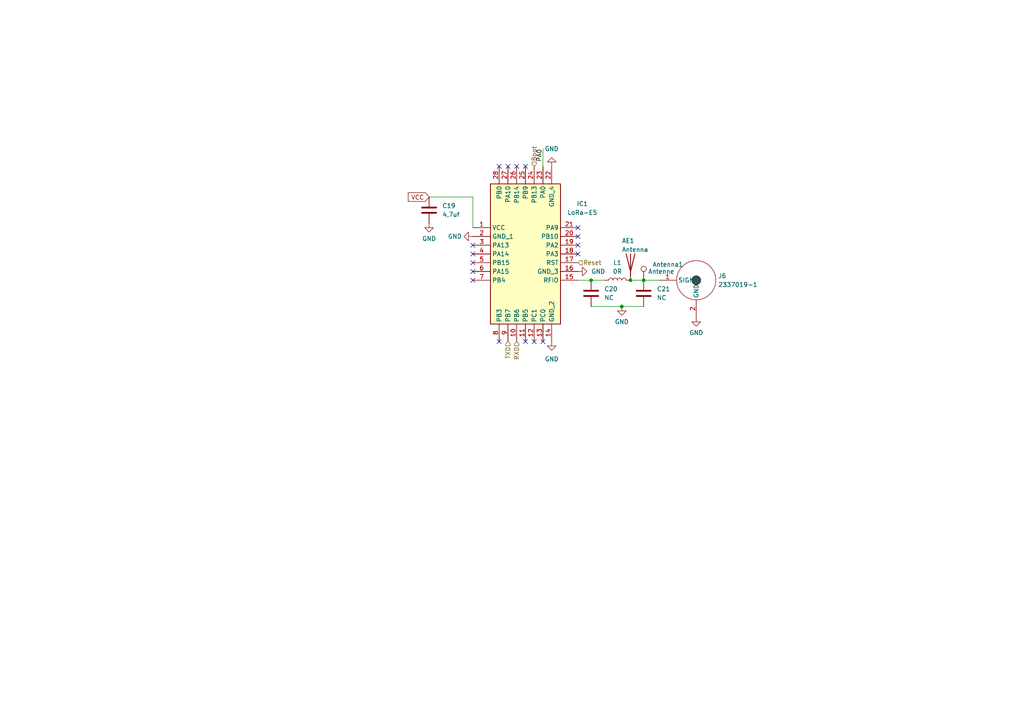
<source format=kicad_sch>
(kicad_sch (version 20230121) (generator eeschema)
  (paper "A4")
  (lib_symbols
    (symbol "2337019-1_1"
      (property "Reference" "J1" (at 27.94 13.97 0))
      (property "Value" "2337019-1" (at 27.94 11.43 0))
      (symbol "2337019-1_1_0_1"
        (circle (center 27.94 3.81) (radius 5.6796))
      )
      (symbol "2337019-1_1_1_1"
        (circle (center 27.94 3.81) (radius 1.27) (stroke (width 0) (color 0 0 0 0.7)) (fill (type outline)))
        (pin passive line (at 17.145 3.81 0) (length 5.08) (name "SIGNAL") (number "1"))
        (pin passive line (at 27.94 -6.985 90) (length 5.08) (name "GND") (number "2"))
        (pin passive line (at 27.94 -6.985 90) (length 5.08) hide (name "GND_2") (number "3"))
      )
    )
    (symbol "Connector:TestPoint" (pin_numbers hide) (pin_names (offset 0.762) hide)
      (property "Reference" "TP" (at 0 6.858 0))
      (property "Value" "TestPoint" (at 0 5.08 0))
      (symbol "TestPoint_0_1"
        (circle (center 0 3.302) (radius 0.762))
      )
      (symbol "TestPoint_1_1"
        (pin passive line (at 0 0 90) (length 2.54) (name "1") (number "1"))
      )
    )
    (symbol "Device:Antenna" (pin_numbers hide) (pin_names (offset 1.016) hide)
      (property "Reference" "AE" (at -1.905 1.905 0))
      (property "Value" "Antenna" (at -1.905 0 0))
      (symbol "Antenna_0_1"
        (polyline (pts (xy 0 2.54) (xy 0 -3.81)) (stroke (width 0.254)))
        (polyline (pts (xy 1.27 2.54) (xy 0 -2.54) (xy -1.27 2.54)) (stroke (width 0.254)))
      )
      (symbol "Antenna_1_1"
        (pin input line (at 0 -5.08 90) (length 2.54) (name "A") (number "1"))
      )
    )
    (symbol "Device:C" (pin_numbers hide) (pin_names (offset 0.254))
      (property "Reference" "C" (at 0.635 2.54 0))
      (property "Value" "C" (at 0.635 -2.54 0))
      (symbol "C_0_1"
        (polyline (pts (xy -2.032 -0.762) (xy 2.032 -0.762)) (stroke (width 0.508)))
        (polyline (pts (xy -2.032 0.762) (xy 2.032 0.762)) (stroke (width 0.508)))
      )
      (symbol "C_1_1"
        (pin passive line (at 0 3.81 270) (length 2.794) (name "~") (number "1"))
        (pin passive line (at 0 -3.81 90) (length 2.794) (name "~") (number "2"))
      )
    )
    (symbol "Device:L" (pin_numbers hide) (pin_names (offset 1.016) hide)
      (property "Reference" "L" (at -1.27 0 90))
      (property "Value" "L" (at 1.905 0 90))
      (symbol "L_0_1"
        (arc (start 0 -2.54) (mid 0.6323 -1.905) (end 0 -1.27))
        (arc (start 0 -1.27) (mid 0.6323 -0.635) (end 0 0))
        (arc (start 0 0) (mid 0.6323 0.635) (end 0 1.27))
        (arc (start 0 1.27) (mid 0.6323 1.905) (end 0 2.54))
      )
      (symbol "L_1_1"
        (pin passive line (at 0 3.81 270) (length 1.27) (name "1") (number "1"))
        (pin passive line (at 0 -3.81 90) (length 1.27) (name "2") (number "2"))
      )
    )
    (symbol "SamacSys_Parts:LoRa-E5"
      (property "Reference" "IC" (at 26.67 17.78 0))
      (property "Value" "LoRa-E5" (at 26.67 15.24 0))
      (symbol "LoRa-E5_1_1"
        (rectangle (start 5.08 12.7) (end 25.4 -27.94) (stroke (width 0.254)) (fill (type background)))
        (pin passive line (at 0 0 0) (length 5.08) (name "VCC") (number "1"))
        (pin passive line (at 12.7 -33.02 90) (length 5.08) (name "PB6") (number "10"))
        (pin passive line (at 15.24 -33.02 90) (length 5.08) (name "PB5") (number "11"))
        (pin passive line (at 17.78 -33.02 90) (length 5.08) (name "PC1") (number "12"))
        (pin passive line (at 20.32 -33.02 90) (length 5.08) (name "PC0") (number "13"))
        (pin passive line (at 22.86 -33.02 90) (length 5.08) (name "GND_2") (number "14"))
        (pin passive line (at 30.48 -15.24 180) (length 5.08) (name "RFIO") (number "15"))
        (pin passive line (at 30.48 -12.7 180) (length 5.08) (name "GND_3") (number "16"))
        (pin passive line (at 30.48 -10.16 180) (length 5.08) (name "RST") (number "17"))
        (pin passive line (at 30.48 -7.62 180) (length 5.08) (name "PA3") (number "18"))
        (pin passive line (at 30.48 -5.08 180) (length 5.08) (name "PA2") (number "19"))
        (pin passive line (at 0 -2.54 0) (length 5.08) (name "GND_1") (number "2"))
        (pin passive line (at 30.48 -2.54 180) (length 5.08) (name "PB10") (number "20"))
        (pin passive line (at 30.48 0 180) (length 5.08) (name "PA9") (number "21"))
        (pin passive line (at 22.86 17.78 270) (length 5.08) (name "GND_4") (number "22"))
        (pin passive line (at 20.32 17.78 270) (length 5.08) (name "PA0") (number "23"))
        (pin passive line (at 17.78 17.78 270) (length 5.08) (name "PB13") (number "24"))
        (pin passive line (at 15.24 17.78 270) (length 5.08) (name "PB9") (number "25"))
        (pin passive line (at 12.7 17.78 270) (length 5.08) (name "PB14") (number "26"))
        (pin passive line (at 10.16 17.78 270) (length 5.08) (name "PA10") (number "27"))
        (pin passive line (at 7.62 17.78 270) (length 5.08) (name "PB0") (number "28"))
        (pin passive line (at 0 -5.08 0) (length 5.08) (name "PA13") (number "3"))
        (pin passive line (at 0 -7.62 0) (length 5.08) (name "PA14") (number "4"))
        (pin passive line (at 0 -10.16 0) (length 5.08) (name "PB15") (number "5"))
        (pin passive line (at 0 -12.7 0) (length 5.08) (name "PA15") (number "6"))
        (pin passive line (at 0 -15.24 0) (length 5.08) (name "PB4") (number "7"))
        (pin passive line (at 7.62 -33.02 90) (length 5.08) (name "PB3") (number "8"))
        (pin passive line (at 10.16 -33.02 90) (length 5.08) (name "PB7") (number "9"))
      )
    )
    (symbol "power:GND" (power) (pin_names (offset 0))
      (property "Value" "GND" (at 0 -3.81 0))
      (symbol "GND_0_1"
        (polyline (pts (xy 0 0) (xy 0 -1.27) (xy 1.27 -1.27) (xy 0 -2.54) (xy -1.27 -1.27) (xy 0 -1.27)))
      )
      (symbol "GND_1_1"
        (pin power_in line (at 0 0 270) (length 0) hide (name "GND") (number "1"))
      )
    )
  )
  (junction (at 171.45 81.28))
  (junction (at 186.69 81.28))
  (junction (at 180.34 88.9))
  (junction (at 182.88 81.28))
  (no_connect (at 167.64 71.12))
  (no_connect (at 144.78 48.26))
  (no_connect (at 147.32 48.26))
  (no_connect (at 137.16 81.28))
  (no_connect (at 152.4 48.26))
  (no_connect (at 137.16 76.2))
  (no_connect (at 144.78 99.06))
  (no_connect (at 137.16 71.12))
  (no_connect (at 152.4 99.06))
  (no_connect (at 167.64 66.04))
  (no_connect (at 154.94 99.06))
  (no_connect (at 137.16 78.74))
  (no_connect (at 157.48 99.06))
  (no_connect (at 167.64 68.58))
  (no_connect (at 149.86 48.26))
  (no_connect (at 167.64 73.66))
  (no_connect (at 137.16 73.66))
  (wire (pts (xy 180.34 88.9) (xy 186.69 88.9)))
  (wire (pts (xy 167.64 81.28) (xy 171.45 81.28)))
  (wire (pts (xy 171.45 88.9) (xy 180.34 88.9)))
  (wire (pts (xy 157.48 43.18) (xy 157.48 48.26)))
  (wire (pts (xy 137.16 57.15) (xy 124.46 57.15)))
  (wire (pts (xy 171.45 81.28) (xy 175.26 81.28)))
  (wire (pts (xy 182.88 81.28) (xy 186.69 81.28)))
  (wire (pts (xy 186.69 81.28) (xy 191.135 81.28)))
  (wire (pts (xy 137.16 66.04) (xy 137.16 57.15)))
  (label "PA0" (at 157.48 43.18 270))
  (global_label "VCC" (shape input) (at 124.46 57.15 180) (property "Intersheetrefs" "${INTERSHEET_REFS}" (effects hide)))
  (hierarchical_label "TXD" (shape input) (at 147.32 99.06 270))
  (hierarchical_label "Boot" (shape input) (at 154.94 48.26 90))
  (hierarchical_label "Reset" (shape input) (at 167.64 76.2 0))
  (hierarchical_label "RXD" (shape input) (at 149.86 99.06 270))
  (symbol (lib_id "power:GND") (at 201.93 92.075 0) (unit 1)
    (property "Reference" "#PWR056" (effects hide))
    (property "Value" "GND" (at 201.93 96.52 0))
  )
  (symbol (lib_id "power:GND") (at 180.34 88.9 0) (unit 1)
    (property "Reference" "#PWR055" (effects hide))
    (property "Value" "GND" (at 180.34 93.345 0))
  )
  (symbol (lib_id "Device:C") (at 171.45 85.09 0) (unit 1)
    (property "Reference" "C20" (at 175.26 83.82 0) (effects (justify left)))
    (property "Value" "NC" (at 175.26 86.36 0) (effects (justify left)))
    (property "Footprint" "Capacitor_SMD:C_0402_1005Metric" (effects hide))
  )
  (symbol (lib_id "Connector:TestPoint") (at 186.69 81.28 0) (unit 1)
    (property "Reference" "Antenna1" (at 189.23 76.708 0) (effects (justify left)))
    (property "Value" "Antenne" (at 187.96 78.74 0) (effects (justify left)))
    (property "Footprint" "TestPoint:TestPoint_Pad_D2.5mm" (effects hide))
  )
  (symbol (lib_id "power:GND") (at 160.02 99.06 0) (unit 1)
    (property "Reference" "#PWR057" (effects hide))
    (property "Value" "GND" (at 160.02 104.14 0))
  )
  (symbol (lib_id "power:GND") (at 167.64 78.74 90) (unit 1)
    (property "Reference" "#PWR054" (effects hide))
    (property "Value" "GND" (at 171.45 78.74 90) (effects (justify right)))
  )
  (symbol (lib_id "power:GND") (at 160.02 48.26 180) (unit 1)
    (property "Reference" "#PWR051" (effects hide))
    (property "Value" "GND" (at 160.02 43.18 0))
  )
  (symbol (lib_id "SamacSys_Parts:LoRa-E5") (at 137.16 66.04 0) (unit 1)
    (property "Reference" "IC1" (at 168.91 59.1119 0))
    (property "Value" "LoRa-E5" (at 168.91 61.6519 0))
    (property "Footprint" "LoRaE5" (effects hide))
    (property "Datasheet" "https://no.mouser.com/datasheet/2/744/LoRa_E5_module_datasheet_V1_0-2488126.pdf" (effects hide))
    (property "Height" "2.5" (effects hide))
    (property "Manufacturer_Name" "Seeed Studio" (effects hide))
    (property "Manufacturer_Part_Number" "LoRa-E5" (effects hide))
    (instances (project "wireless_Slave" (path "" (reference "IC1") (unit 1)) (path "" (reference "IC5") (unit 1))))
  )
  (symbol (lib_name "2337019-1_1") (lib_id "SamacSys_Parts:2337019-1") (at 173.99 85.09 0) (unit 1)
    (property "Reference" "J6" (at 208.28 80.0277 0) (effects (justify left)))
    (property "Value" "2337019-1" (at 208.28 82.5677 0) (effects (justify left)))
    (property "Footprint" "23370191" (effects hide))
    (property "Datasheet" "https://www.te.com/commerce/DocumentDelivery/DDEController?Action=showdoc&DocId=Customer+Drawing%7FC-2337019%7FA3%7Fpdf%7FEnglish%7FENG_CD_C-2337019_A3.pdf%7F2337019-1" (effects hide))
    (property "Height" "1.4" (effects hide))
    (property "Manufacturer_Name" "TE Connectivity" (effects hide))
    (property "Manufacturer_Part_Number" "2337019-1" (effects hide))
    (property "Mouser Part Number" "571-2337019-1" (effects hide))
    (property "Mouser Price/Stock" "https://www.mouser.co.uk/ProductDetail/TE-Connectivity/2337019-1?qs=l4Gc20tDgJIuN7nS9rJkJw%3D%3D" (effects hide))
    (property "Arrow Part Number" "2337019-1" (effects hide))
    (property "Arrow Price/Stock" "https://www.arrow.com/en/products/2337019-1/te-connectivity?region=europe" (effects hide))
    (property "JLCPCB" "C434807" (effects hide))
  )
  (symbol (lib_id "Device:C") (at 124.46 60.96 0) (unit 1)
    (property "Reference" "C19" (at 128.27 59.69 0) (effects (justify left)))
    (property "Value" "4,7uf" (at 128.27 62.23 0) (effects (justify left)))
    (property "Footprint" "Capacitor_SMD:C_0402_1005Metric" (effects hide))
  )
  (symbol (lib_id "power:GND") (at 137.16 68.58 270) (unit 1)
    (property "Reference" "#PWR053" (effects hide))
    (property "Value" "GND" (at 133.985 68.58 90) (effects (justify right)))
  )
  (symbol (lib_id "power:GND") (at 124.46 64.77 0) (unit 1)
    (property "Reference" "#PWR052" (effects hide))
    (property "Value" "GND" (at 124.46 69.215 0))
  )
  (symbol (lib_id "Device:L") (at 179.07 81.28 90) (unit 1)
    (property "Reference" "L1" (at 179.07 76.2 90))
    (property "Value" "0R" (at 179.07 78.74 90))
    (property "Footprint" "Resistor_SMD:R_0402_1005Metric" (effects hide))
    (property "JLCPCB" "C881335" (effects hide))
  )
  (symbol (lib_id "Device:Antenna") (at 182.88 76.2 0) (unit 1)
    (property "Reference" "AE1" (at 180.34 69.85 0) (effects (justify left)))
    (property "Value" "Antenna" (at 180.34 72.39 0) (effects (justify left)))
    (property "Footprint" "SELF_MADE:Event_alarm_antenna" (effects hide))
  )
  (symbol (lib_id "Device:C") (at 186.69 85.09 0) (unit 1)
    (property "Reference" "C21" (at 190.5 83.82 0) (effects (justify left)))
    (property "Value" "NC" (at 190.5 86.36 0) (effects (justify left)))
    (property "Footprint" "Capacitor_SMD:C_0402_1005Metric" (effects hide))
  )
)
</source>
